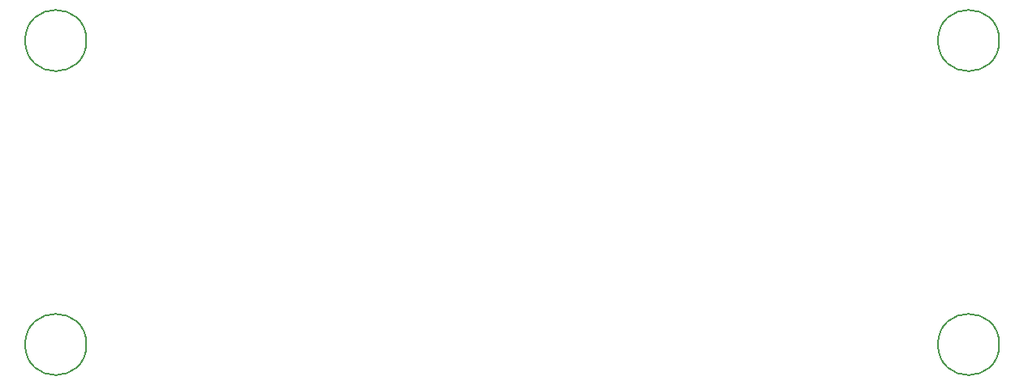
<source format=gbr>
%TF.GenerationSoftware,KiCad,Pcbnew,7.0.7-7.0.7~ubuntu22.04.1*%
%TF.CreationDate,2023-10-27T18:02:48-05:00*%
%TF.ProjectId,PSU,5053552e-6b69-4636-9164-5f7063625858,V1.0*%
%TF.SameCoordinates,Original*%
%TF.FileFunction,Other,Comment*%
%FSLAX46Y46*%
G04 Gerber Fmt 4.6, Leading zero omitted, Abs format (unit mm)*
G04 Created by KiCad (PCBNEW 7.0.7-7.0.7~ubuntu22.04.1) date 2023-10-27 18:02:48*
%MOMM*%
%LPD*%
G01*
G04 APERTURE LIST*
%ADD10C,0.150000*%
G04 APERTURE END LIST*
D10*
%TO.C,H1*%
X108610000Y-85010000D02*
G75*
G03*
X108610000Y-85010000I-3200000J0D01*
G01*
%TO.C,H2*%
X203860000Y-85010000D02*
G75*
G03*
X203860000Y-85010000I-3200000J0D01*
G01*
%TO.C,H3*%
X108610000Y-116760000D02*
G75*
G03*
X108610000Y-116760000I-3200000J0D01*
G01*
%TO.C,H4*%
X203860000Y-116760000D02*
G75*
G03*
X203860000Y-116760000I-3200000J0D01*
G01*
%TD*%
M02*

</source>
